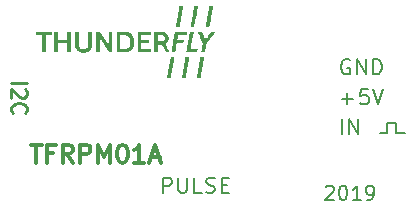
<source format=gbr>
G04 #@! TF.GenerationSoftware,KiCad,Pcbnew,(5.99.0-397-g773f45aae)*
G04 #@! TF.CreationDate,2019-12-11T08:39:11+01:00*
G04 #@! TF.ProjectId,TFRPM01A,54465250-4d30-4314-912e-6b696361645f,REV*
G04 #@! TF.SameCoordinates,Original*
G04 #@! TF.FileFunction,Legend,Top*
G04 #@! TF.FilePolarity,Positive*
%FSLAX46Y46*%
G04 Gerber Fmt 4.6, Leading zero omitted, Abs format (unit mm)*
G04 Created by KiCad (PCBNEW (5.99.0-397-g773f45aae)) date 2019-12-11 08:39:11*
%MOMM*%
%LPD*%
G04 APERTURE LIST*
%ADD10C,0.150000*%
%ADD11C,0.200000*%
%ADD12C,0.250000*%
%ADD13C,0.300000*%
G04 APERTURE END LIST*
D10*
X145034000Y-135382000D02*
X145796000Y-135382000D01*
X145034000Y-134493000D02*
X145034000Y-135382000D01*
X144272000Y-134493000D02*
X145034000Y-134493000D01*
X144272000Y-135382000D02*
X144272000Y-134493000D01*
X143637000Y-135382000D02*
X144272000Y-135382000D01*
D11*
X125280523Y-140415095D02*
X125280523Y-139115095D01*
X125775761Y-139115095D01*
X125899571Y-139177000D01*
X125961476Y-139238904D01*
X126023380Y-139362714D01*
X126023380Y-139548428D01*
X125961476Y-139672238D01*
X125899571Y-139734142D01*
X125775761Y-139796047D01*
X125280523Y-139796047D01*
X126580523Y-139115095D02*
X126580523Y-140167476D01*
X126642428Y-140291285D01*
X126704333Y-140353190D01*
X126828142Y-140415095D01*
X127075761Y-140415095D01*
X127199571Y-140353190D01*
X127261476Y-140291285D01*
X127323380Y-140167476D01*
X127323380Y-139115095D01*
X128561476Y-140415095D02*
X127942428Y-140415095D01*
X127942428Y-139115095D01*
X128932904Y-140353190D02*
X129118619Y-140415095D01*
X129428142Y-140415095D01*
X129551952Y-140353190D01*
X129613857Y-140291285D01*
X129675761Y-140167476D01*
X129675761Y-140043666D01*
X129613857Y-139919857D01*
X129551952Y-139857952D01*
X129428142Y-139796047D01*
X129180523Y-139734142D01*
X129056714Y-139672238D01*
X128994809Y-139610333D01*
X128932904Y-139486523D01*
X128932904Y-139362714D01*
X128994809Y-139238904D01*
X129056714Y-139177000D01*
X129180523Y-139115095D01*
X129490047Y-139115095D01*
X129675761Y-139177000D01*
X130232904Y-139734142D02*
X130666238Y-139734142D01*
X130851952Y-140415095D02*
X130232904Y-140415095D01*
X130232904Y-139115095D01*
X130851952Y-139115095D01*
D12*
X112441904Y-131113761D02*
X113741904Y-131113761D01*
X113618095Y-131649476D02*
X113680000Y-131709000D01*
X113741904Y-131828047D01*
X113741904Y-132125666D01*
X113680000Y-132244714D01*
X113618095Y-132304238D01*
X113494285Y-132363761D01*
X113370476Y-132363761D01*
X113184761Y-132304238D01*
X112441904Y-131589952D01*
X112441904Y-132363761D01*
X112565714Y-133613761D02*
X112503809Y-133554238D01*
X112441904Y-133375666D01*
X112441904Y-133256619D01*
X112503809Y-133078047D01*
X112627619Y-132959000D01*
X112751428Y-132899476D01*
X112999047Y-132839952D01*
X113184761Y-132839952D01*
X113432380Y-132899476D01*
X113556190Y-132959000D01*
X113680000Y-133078047D01*
X113741904Y-133256619D01*
X113741904Y-133375666D01*
X113680000Y-133554238D01*
X113618095Y-133613761D01*
D11*
X140393523Y-132426857D02*
X141384000Y-132426857D01*
X140888761Y-132922095D02*
X140888761Y-131931619D01*
X142622095Y-131622095D02*
X142003047Y-131622095D01*
X141941142Y-132241142D01*
X142003047Y-132179238D01*
X142126857Y-132117333D01*
X142436380Y-132117333D01*
X142560190Y-132179238D01*
X142622095Y-132241142D01*
X142684000Y-132364952D01*
X142684000Y-132674476D01*
X142622095Y-132798285D01*
X142560190Y-132860190D01*
X142436380Y-132922095D01*
X142126857Y-132922095D01*
X142003047Y-132860190D01*
X141941142Y-132798285D01*
X143055428Y-131622095D02*
X143488761Y-132922095D01*
X143922095Y-131622095D01*
X139039857Y-139919142D02*
X139097000Y-139862000D01*
X139211285Y-139804857D01*
X139497000Y-139804857D01*
X139611285Y-139862000D01*
X139668428Y-139919142D01*
X139725571Y-140033428D01*
X139725571Y-140147714D01*
X139668428Y-140319142D01*
X138982714Y-141004857D01*
X139725571Y-141004857D01*
X140468428Y-139804857D02*
X140582714Y-139804857D01*
X140697000Y-139862000D01*
X140754142Y-139919142D01*
X140811285Y-140033428D01*
X140868428Y-140262000D01*
X140868428Y-140547714D01*
X140811285Y-140776285D01*
X140754142Y-140890571D01*
X140697000Y-140947714D01*
X140582714Y-141004857D01*
X140468428Y-141004857D01*
X140354142Y-140947714D01*
X140297000Y-140890571D01*
X140239857Y-140776285D01*
X140182714Y-140547714D01*
X140182714Y-140262000D01*
X140239857Y-140033428D01*
X140297000Y-139919142D01*
X140354142Y-139862000D01*
X140468428Y-139804857D01*
X142011285Y-141004857D02*
X141325571Y-141004857D01*
X141668428Y-141004857D02*
X141668428Y-139804857D01*
X141554142Y-139976285D01*
X141439857Y-140090571D01*
X141325571Y-140147714D01*
X142582714Y-141004857D02*
X142811285Y-141004857D01*
X142925571Y-140947714D01*
X142982714Y-140890571D01*
X143097000Y-140719142D01*
X143154142Y-140490571D01*
X143154142Y-140033428D01*
X143097000Y-139919142D01*
X143039857Y-139862000D01*
X142925571Y-139804857D01*
X142697000Y-139804857D01*
X142582714Y-139862000D01*
X142525571Y-139919142D01*
X142468428Y-140033428D01*
X142468428Y-140319142D01*
X142525571Y-140433428D01*
X142582714Y-140490571D01*
X142697000Y-140547714D01*
X142925571Y-140547714D01*
X143039857Y-140490571D01*
X143097000Y-140433428D01*
X143154142Y-140319142D01*
D13*
X114134000Y-136338571D02*
X114991142Y-136338571D01*
X114562571Y-137838571D02*
X114562571Y-136338571D01*
X115991142Y-137052857D02*
X115491142Y-137052857D01*
X115491142Y-137838571D02*
X115491142Y-136338571D01*
X116205428Y-136338571D01*
X117634000Y-137838571D02*
X117134000Y-137124285D01*
X116776857Y-137838571D02*
X116776857Y-136338571D01*
X117348285Y-136338571D01*
X117491142Y-136410000D01*
X117562571Y-136481428D01*
X117634000Y-136624285D01*
X117634000Y-136838571D01*
X117562571Y-136981428D01*
X117491142Y-137052857D01*
X117348285Y-137124285D01*
X116776857Y-137124285D01*
X118276857Y-137838571D02*
X118276857Y-136338571D01*
X118848285Y-136338571D01*
X118991142Y-136410000D01*
X119062571Y-136481428D01*
X119134000Y-136624285D01*
X119134000Y-136838571D01*
X119062571Y-136981428D01*
X118991142Y-137052857D01*
X118848285Y-137124285D01*
X118276857Y-137124285D01*
X119776857Y-137838571D02*
X119776857Y-136338571D01*
X120276857Y-137410000D01*
X120776857Y-136338571D01*
X120776857Y-137838571D01*
X121776857Y-136338571D02*
X121919714Y-136338571D01*
X122062571Y-136410000D01*
X122134000Y-136481428D01*
X122205428Y-136624285D01*
X122276857Y-136910000D01*
X122276857Y-137267142D01*
X122205428Y-137552857D01*
X122134000Y-137695714D01*
X122062571Y-137767142D01*
X121919714Y-137838571D01*
X121776857Y-137838571D01*
X121634000Y-137767142D01*
X121562571Y-137695714D01*
X121491142Y-137552857D01*
X121419714Y-137267142D01*
X121419714Y-136910000D01*
X121491142Y-136624285D01*
X121562571Y-136481428D01*
X121634000Y-136410000D01*
X121776857Y-136338571D01*
X123705428Y-137838571D02*
X122848285Y-137838571D01*
X123276857Y-137838571D02*
X123276857Y-136338571D01*
X123134000Y-136552857D01*
X122991142Y-136695714D01*
X122848285Y-136767142D01*
X124276857Y-137410000D02*
X124991142Y-137410000D01*
X124134000Y-137838571D02*
X124634000Y-136338571D01*
X125134000Y-137838571D01*
D11*
X141074476Y-129144000D02*
X140950666Y-129082095D01*
X140764952Y-129082095D01*
X140579238Y-129144000D01*
X140455428Y-129267809D01*
X140393523Y-129391619D01*
X140331619Y-129639238D01*
X140331619Y-129824952D01*
X140393523Y-130072571D01*
X140455428Y-130196380D01*
X140579238Y-130320190D01*
X140764952Y-130382095D01*
X140888761Y-130382095D01*
X141074476Y-130320190D01*
X141136380Y-130258285D01*
X141136380Y-129824952D01*
X140888761Y-129824952D01*
X141693523Y-130382095D02*
X141693523Y-129082095D01*
X142436380Y-130382095D01*
X142436380Y-129082095D01*
X143055428Y-130382095D02*
X143055428Y-129082095D01*
X143364952Y-129082095D01*
X143550666Y-129144000D01*
X143674476Y-129267809D01*
X143736380Y-129391619D01*
X143798285Y-129639238D01*
X143798285Y-129824952D01*
X143736380Y-130072571D01*
X143674476Y-130196380D01*
X143550666Y-130320190D01*
X143364952Y-130382095D01*
X143055428Y-130382095D01*
X140393523Y-135462095D02*
X140393523Y-134162095D01*
X141012571Y-135462095D02*
X141012571Y-134162095D01*
X141755428Y-135462095D01*
X141755428Y-134162095D01*
G04 #@! TO.C,G\002A\002A\002A*
G36*
X126139833Y-128930484D02*
G01*
X126186835Y-128932299D01*
X126215916Y-128935549D01*
X126229170Y-128940408D01*
X126230529Y-128943203D01*
X126228655Y-128955963D01*
X126223230Y-128988836D01*
X126214543Y-129040133D01*
X126202888Y-129108169D01*
X126188556Y-129191255D01*
X126171839Y-129287707D01*
X126153029Y-129395836D01*
X126132418Y-129513955D01*
X126110298Y-129640379D01*
X126086960Y-129773420D01*
X126081117Y-129806678D01*
X126057534Y-129941005D01*
X126035096Y-130069073D01*
X126014096Y-130189201D01*
X125994824Y-130299709D01*
X125977572Y-130398916D01*
X125962632Y-130485141D01*
X125950295Y-130556705D01*
X125940854Y-130611926D01*
X125934599Y-130649125D01*
X125931822Y-130666620D01*
X125931705Y-130667713D01*
X125921043Y-130672055D01*
X125890644Y-130675416D01*
X125842892Y-130677637D01*
X125780170Y-130678557D01*
X125769843Y-130678573D01*
X125607980Y-130678573D01*
X125613726Y-130648137D01*
X125616514Y-130632593D01*
X125622814Y-130596985D01*
X125632320Y-130543052D01*
X125644725Y-130472535D01*
X125659726Y-130387173D01*
X125677015Y-130288706D01*
X125696288Y-130178872D01*
X125717239Y-130059413D01*
X125739562Y-129932067D01*
X125762953Y-129798574D01*
X125767288Y-129773826D01*
X125915104Y-128929950D01*
X126072817Y-128929926D01*
X126139833Y-128930484D01*
G37*
G36*
X127488626Y-128954804D02*
G01*
X127485795Y-128969483D01*
X127479467Y-129004227D01*
X127469952Y-129057297D01*
X127457555Y-129126950D01*
X127442586Y-129211448D01*
X127425351Y-129309049D01*
X127406158Y-129418012D01*
X127385316Y-129536599D01*
X127363132Y-129663067D01*
X127339914Y-129795676D01*
X127337448Y-129809771D01*
X127314160Y-129942754D01*
X127291880Y-130069651D01*
X127270913Y-130188738D01*
X127251567Y-130298289D01*
X127234149Y-130396579D01*
X127218963Y-130481882D01*
X127206318Y-130552473D01*
X127196519Y-130606626D01*
X127189873Y-130642616D01*
X127186687Y-130658717D01*
X127186560Y-130659205D01*
X127182220Y-130666861D01*
X127172194Y-130672206D01*
X127153051Y-130675646D01*
X127121362Y-130677583D01*
X127073696Y-130678421D01*
X127022148Y-130678573D01*
X126959895Y-130678371D01*
X126916557Y-130677496D01*
X126888916Y-130675543D01*
X126873754Y-130672109D01*
X126867853Y-130666788D01*
X126867987Y-130659205D01*
X126870580Y-130645419D01*
X126876672Y-130611559D01*
X126885956Y-130559356D01*
X126898129Y-130490542D01*
X126912886Y-130406848D01*
X126929921Y-130310005D01*
X126948929Y-130201746D01*
X126969606Y-130083801D01*
X126991648Y-129957902D01*
X127014748Y-129825781D01*
X127016578Y-129815305D01*
X127039804Y-129682435D01*
X127062031Y-129555401D01*
X127082950Y-129435966D01*
X127102253Y-129325891D01*
X127119628Y-129226939D01*
X127134766Y-129140872D01*
X127147358Y-129069452D01*
X127157095Y-129014440D01*
X127163665Y-128977600D01*
X127166760Y-128960693D01*
X127166831Y-128960337D01*
X127173028Y-128929902D01*
X127494628Y-128929902D01*
X127488626Y-128954804D01*
G37*
G36*
X128702090Y-128931443D02*
G01*
X128729911Y-128932931D01*
X128745602Y-128936175D01*
X128752494Y-128941517D01*
X128753928Y-128948517D01*
X128752049Y-128962232D01*
X128746609Y-128996041D01*
X128737901Y-129048240D01*
X128726218Y-129117126D01*
X128711852Y-129200996D01*
X128695097Y-129298148D01*
X128676245Y-129406876D01*
X128655591Y-129525480D01*
X128633426Y-129652254D01*
X128610044Y-129785496D01*
X128604516Y-129816931D01*
X128580933Y-129951041D01*
X128558496Y-130078790D01*
X128537496Y-130198508D01*
X128518224Y-130308525D01*
X128500973Y-130407173D01*
X128486033Y-130492782D01*
X128473696Y-130563682D01*
X128464254Y-130618204D01*
X128457998Y-130654679D01*
X128455221Y-130671436D01*
X128455104Y-130672347D01*
X128444686Y-130674548D01*
X128416024Y-130676408D01*
X128373009Y-130677774D01*
X128319534Y-130678497D01*
X128294625Y-130678573D01*
X128237941Y-130678034D01*
X128190121Y-130676553D01*
X128155037Y-130674329D01*
X128136562Y-130671565D01*
X128134688Y-130670272D01*
X128136650Y-130658324D01*
X128142168Y-130626238D01*
X128150952Y-130575676D01*
X128162709Y-130508297D01*
X128177151Y-130425762D01*
X128193984Y-130329733D01*
X128212920Y-130221870D01*
X128233666Y-130103833D01*
X128255931Y-129977283D01*
X128279425Y-129843881D01*
X128287387Y-129798703D01*
X128439543Y-128935435D01*
X128596735Y-128932365D01*
X128658809Y-128931368D01*
X128702090Y-128931443D01*
G37*
G36*
X118153695Y-127338943D02*
G01*
X118154548Y-127467086D01*
X118155371Y-127575094D01*
X118156251Y-127664966D01*
X118157276Y-127738703D01*
X118158532Y-127798304D01*
X118160105Y-127845769D01*
X118162082Y-127883097D01*
X118164550Y-127912288D01*
X118167595Y-127935342D01*
X118171305Y-127954259D01*
X118175765Y-127971039D01*
X118181062Y-127987680D01*
X118181916Y-127990233D01*
X118219862Y-128074125D01*
X118271606Y-128140713D01*
X118337129Y-128189987D01*
X118416410Y-128221935D01*
X118509431Y-128236548D01*
X118616171Y-128233814D01*
X118623791Y-128233013D01*
X118711627Y-128215050D01*
X118784992Y-128181605D01*
X118844527Y-128131966D01*
X118890874Y-128065422D01*
X118924673Y-127981261D01*
X118946566Y-127878772D01*
X118947243Y-127873996D01*
X118950066Y-127841965D01*
X118952583Y-127789838D01*
X118954752Y-127719652D01*
X118956533Y-127633445D01*
X118957887Y-127533255D01*
X118958771Y-127421118D01*
X118959146Y-127299072D01*
X118959156Y-127274504D01*
X118959156Y-126760664D01*
X119280115Y-126760664D01*
X119280115Y-127302173D01*
X119279969Y-127441090D01*
X119279440Y-127560000D01*
X119278389Y-127661032D01*
X119276681Y-127746314D01*
X119274178Y-127817971D01*
X119270742Y-127878133D01*
X119266237Y-127928927D01*
X119260525Y-127972480D01*
X119253468Y-128010920D01*
X119244931Y-128046375D01*
X119234775Y-128080971D01*
X119228675Y-128099730D01*
X119180806Y-128213184D01*
X119118370Y-128310002D01*
X119041149Y-128390405D01*
X118948926Y-128454609D01*
X118841484Y-128502832D01*
X118820812Y-128509736D01*
X118760218Y-128523858D01*
X118684429Y-128533773D01*
X118600016Y-128539318D01*
X118513548Y-128540328D01*
X118431594Y-128536642D01*
X118360722Y-128528094D01*
X118331408Y-128521924D01*
X118216430Y-128482846D01*
X118116255Y-128427597D01*
X118030552Y-128355845D01*
X117958990Y-128267262D01*
X117901235Y-128161518D01*
X117861987Y-128055385D01*
X117856539Y-128036895D01*
X117851926Y-128018957D01*
X117848064Y-127999601D01*
X117844870Y-127976855D01*
X117842261Y-127948749D01*
X117840155Y-127913312D01*
X117838468Y-127868572D01*
X117837116Y-127812559D01*
X117836018Y-127743301D01*
X117835090Y-127658829D01*
X117834248Y-127557171D01*
X117833410Y-127436355D01*
X117832957Y-127366612D01*
X117829056Y-126760664D01*
X118149965Y-126760664D01*
X118153695Y-127338943D01*
G37*
G36*
X115871313Y-127070555D02*
G01*
X115373274Y-127070555D01*
X115373274Y-128509335D01*
X115052315Y-128509335D01*
X115052315Y-127070555D01*
X114554276Y-127070555D01*
X114554276Y-126760664D01*
X115871313Y-126760664D01*
X115871313Y-127070555D01*
G37*
G36*
X116369352Y-127446852D02*
G01*
X117177283Y-127446852D01*
X117177283Y-126760664D01*
X117498241Y-126760664D01*
X117498241Y-128509335D01*
X117177283Y-128509335D01*
X117177283Y-127756743D01*
X116369352Y-127756743D01*
X116369352Y-128509335D01*
X116048394Y-128509335D01*
X116048394Y-126760664D01*
X116369352Y-126760664D01*
X116369352Y-127446852D01*
G37*
G36*
X120302645Y-127322342D02*
G01*
X120674552Y-127884019D01*
X120674588Y-127322342D01*
X120674625Y-126760664D01*
X120995583Y-126760664D01*
X120995583Y-128509335D01*
X120733552Y-128509335D01*
X119933124Y-127308507D01*
X119933100Y-128509335D01*
X119612141Y-128509335D01*
X119612141Y-126760664D01*
X119930738Y-126760664D01*
X120302645Y-127322342D01*
G37*
G36*
X121773078Y-126763589D02*
G01*
X121888501Y-126764891D01*
X121984477Y-126766340D01*
X122063695Y-126768315D01*
X122128841Y-126771193D01*
X122182603Y-126775354D01*
X122227669Y-126781177D01*
X122266725Y-126789040D01*
X122302461Y-126799321D01*
X122337562Y-126812400D01*
X122374717Y-126828655D01*
X122416613Y-126848464D01*
X122433616Y-126856656D01*
X122487419Y-126884270D01*
X122530967Y-126911485D01*
X122571796Y-126943749D01*
X122617443Y-126986512D01*
X122628836Y-126997826D01*
X122674651Y-127045562D01*
X122708773Y-127086839D01*
X122736657Y-127129197D01*
X122763756Y-127180177D01*
X122770031Y-127193045D01*
X122800538Y-127258766D01*
X122823351Y-127315584D01*
X122839552Y-127368817D01*
X122850222Y-127423782D01*
X122856441Y-127485797D01*
X122859291Y-127560179D01*
X122859872Y-127635000D01*
X122858982Y-127724037D01*
X122855589Y-127796250D01*
X122848613Y-127856906D01*
X122836972Y-127911271D01*
X122819584Y-127964610D01*
X122795369Y-128022189D01*
X122768952Y-128077701D01*
X122703783Y-128185757D01*
X122621605Y-128280652D01*
X122524334Y-128360705D01*
X122413888Y-128424235D01*
X122339179Y-128454746D01*
X122297252Y-128468685D01*
X122257118Y-128480064D01*
X122215960Y-128489136D01*
X122170956Y-128496153D01*
X122119287Y-128501370D01*
X122058134Y-128505038D01*
X121984676Y-128507410D01*
X121896094Y-128508741D01*
X121789568Y-128509282D01*
X121730601Y-128509335D01*
X121349745Y-128509335D01*
X121349745Y-127046899D01*
X121670703Y-127046899D01*
X121670703Y-128223420D01*
X122163209Y-128216046D01*
X122237369Y-128180913D01*
X122322366Y-128129450D01*
X122391763Y-128062870D01*
X122445678Y-127980945D01*
X122484227Y-127883447D01*
X122507525Y-127770149D01*
X122515688Y-127640823D01*
X122515702Y-127635000D01*
X122508175Y-127504991D01*
X122485520Y-127391020D01*
X122447618Y-127292859D01*
X122394355Y-127210280D01*
X122325614Y-127143056D01*
X122241279Y-127090959D01*
X122237369Y-127089087D01*
X122163209Y-127053954D01*
X121916956Y-127050426D01*
X121670703Y-127046899D01*
X121349745Y-127046899D01*
X121349745Y-126759038D01*
X121773078Y-126763589D01*
G37*
G36*
X124249440Y-127070555D02*
G01*
X123452577Y-127070555D01*
X123452577Y-127446852D01*
X124061291Y-127446852D01*
X124061291Y-127756743D01*
X123452577Y-127756743D01*
X123452577Y-128199444D01*
X124271575Y-128199444D01*
X124271575Y-128509335D01*
X123120551Y-128509335D01*
X123120551Y-126760664D01*
X124249440Y-126760664D01*
X124249440Y-127070555D01*
G37*
G36*
X124906188Y-126760664D02*
G01*
X125010021Y-126760762D01*
X125094461Y-126761144D01*
X125162250Y-126761939D01*
X125216128Y-126763279D01*
X125258839Y-126765295D01*
X125293123Y-126768117D01*
X125321722Y-126771876D01*
X125347378Y-126776704D01*
X125372832Y-126782730D01*
X125373791Y-126782974D01*
X125482303Y-126819397D01*
X125573004Y-126868936D01*
X125646061Y-126931804D01*
X125701638Y-127008213D01*
X125739900Y-127098378D01*
X125761013Y-127202511D01*
X125765692Y-127289190D01*
X125757664Y-127400615D01*
X125733090Y-127498068D01*
X125691235Y-127583069D01*
X125631363Y-127657135D01*
X125558197Y-127718006D01*
X125522631Y-127743735D01*
X125495216Y-127765130D01*
X125480169Y-127778834D01*
X125478555Y-127781449D01*
X125483444Y-127792549D01*
X125497456Y-127820494D01*
X125519195Y-127862650D01*
X125547263Y-127916388D01*
X125580265Y-127979074D01*
X125616803Y-128048077D01*
X125655481Y-128120766D01*
X125694903Y-128194509D01*
X125733673Y-128266673D01*
X125770393Y-128334628D01*
X125803667Y-128395742D01*
X125828098Y-128440163D01*
X125866384Y-128509335D01*
X125685994Y-128509102D01*
X125505605Y-128508868D01*
X125337803Y-128185376D01*
X125170002Y-127861884D01*
X125008544Y-127858822D01*
X124847087Y-127855759D01*
X124847087Y-128509335D01*
X124526128Y-128509335D01*
X124526128Y-127024095D01*
X124847087Y-127024095D01*
X124847087Y-127592961D01*
X125032468Y-127589079D01*
X125101005Y-127587497D01*
X125151704Y-127585634D01*
X125188856Y-127582857D01*
X125216755Y-127578531D01*
X125239695Y-127572023D01*
X125261968Y-127562701D01*
X125283774Y-127551993D01*
X125347265Y-127511416D01*
X125391591Y-127462255D01*
X125418909Y-127401871D01*
X125424372Y-127379933D01*
X125432826Y-127297067D01*
X125423012Y-127221489D01*
X125395924Y-127155593D01*
X125352554Y-127101773D01*
X125293897Y-127062422D01*
X125292351Y-127061695D01*
X125267815Y-127050834D01*
X125245029Y-127042894D01*
X125219780Y-127037318D01*
X125187851Y-127033550D01*
X125145029Y-127031032D01*
X125087097Y-127029208D01*
X125038002Y-127028103D01*
X124847087Y-127024095D01*
X124526128Y-127024095D01*
X124526128Y-126760664D01*
X124906188Y-126760664D01*
G37*
G36*
X126913459Y-126760861D02*
G01*
X127011031Y-126761347D01*
X127099357Y-126762119D01*
X127176268Y-126763143D01*
X127239596Y-126764384D01*
X127287172Y-126765807D01*
X127316828Y-126767378D01*
X127326428Y-126768965D01*
X127324748Y-126782394D01*
X127319996Y-126813346D01*
X127312855Y-126857530D01*
X127304009Y-126910656D01*
X127301793Y-126923762D01*
X127276945Y-127070259D01*
X126917569Y-127073174D01*
X126558194Y-127076089D01*
X126527707Y-127242102D01*
X126517020Y-127301346D01*
X126507896Y-127353902D01*
X126501060Y-127395442D01*
X126497237Y-127421634D01*
X126496686Y-127427483D01*
X126497894Y-127433461D01*
X126503572Y-127438070D01*
X126516239Y-127441487D01*
X126538414Y-127443887D01*
X126572619Y-127445447D01*
X126621373Y-127446344D01*
X126687196Y-127446753D01*
X126772608Y-127446852D01*
X126773584Y-127446852D01*
X126859074Y-127446940D01*
X126924902Y-127447323D01*
X126973543Y-127448177D01*
X127007469Y-127449677D01*
X127029154Y-127452002D01*
X127041072Y-127455325D01*
X127045696Y-127459825D01*
X127045500Y-127465676D01*
X127045347Y-127466220D01*
X127041661Y-127482874D01*
X127035314Y-127515394D01*
X127027252Y-127558530D01*
X127018417Y-127607031D01*
X127009755Y-127655647D01*
X127002209Y-127699127D01*
X126996724Y-127732220D01*
X126994244Y-127749678D01*
X126994189Y-127750689D01*
X126983613Y-127752337D01*
X126953851Y-127753815D01*
X126907852Y-127755060D01*
X126848563Y-127756008D01*
X126778935Y-127756594D01*
X126714734Y-127756760D01*
X126435278Y-127756778D01*
X126392706Y-128003013D01*
X126378660Y-128084181D01*
X126364261Y-128167246D01*
X126350495Y-128246544D01*
X126338343Y-128316414D01*
X126328788Y-128371192D01*
X126327372Y-128379292D01*
X126304609Y-128509335D01*
X126144536Y-128509335D01*
X126082157Y-128509247D01*
X126038651Y-128508635D01*
X126010754Y-128506976D01*
X125995204Y-128503747D01*
X125988739Y-128498425D01*
X125988096Y-128490488D01*
X125989113Y-128484433D01*
X125991722Y-128469799D01*
X125997849Y-128435080D01*
X126007190Y-128381995D01*
X126019444Y-128312263D01*
X126034310Y-128227603D01*
X126051486Y-128129733D01*
X126070670Y-128020372D01*
X126091561Y-127901239D01*
X126113856Y-127774052D01*
X126137255Y-127640531D01*
X126142582Y-127610129D01*
X126291400Y-126760726D01*
X126808808Y-126760695D01*
X126913459Y-126760861D01*
G37*
G36*
X127691230Y-126762793D02*
G01*
X127709782Y-126763118D01*
X127863993Y-126766198D01*
X127745554Y-127441318D01*
X127724414Y-127561872D01*
X127704267Y-127676863D01*
X127685465Y-127784282D01*
X127668357Y-127882120D01*
X127653295Y-127968367D01*
X127640630Y-128041014D01*
X127630712Y-128098051D01*
X127623893Y-128137468D01*
X127620524Y-128157257D01*
X127620413Y-128157941D01*
X127613710Y-128199444D01*
X127912664Y-128199444D01*
X128002244Y-128199552D01*
X128072095Y-128199972D01*
X128124623Y-128200849D01*
X128162234Y-128202329D01*
X128187333Y-128204557D01*
X128202325Y-128207679D01*
X128209617Y-128211840D01*
X128211614Y-128217185D01*
X128211618Y-128217508D01*
X128209767Y-128234930D01*
X128204719Y-128269263D01*
X128197231Y-128315642D01*
X128188063Y-128369197D01*
X128187490Y-128372453D01*
X128163361Y-128509335D01*
X127700518Y-128509335D01*
X127601736Y-128509271D01*
X127510178Y-128509089D01*
X127428132Y-128508802D01*
X127357887Y-128508423D01*
X127301733Y-128507967D01*
X127261958Y-128507447D01*
X127240852Y-128506877D01*
X127238014Y-128506568D01*
X127240904Y-128487865D01*
X127247248Y-128450101D01*
X127256691Y-128395276D01*
X127268873Y-128325387D01*
X127283438Y-128242432D01*
X127300028Y-128148410D01*
X127318286Y-128045318D01*
X127337854Y-127935154D01*
X127358374Y-127819916D01*
X127379490Y-127701603D01*
X127400842Y-127582213D01*
X127422075Y-127463742D01*
X127442831Y-127348191D01*
X127462751Y-127237555D01*
X127481479Y-127133835D01*
X127498657Y-127039026D01*
X127513927Y-126955129D01*
X127526933Y-126884140D01*
X127537315Y-126828058D01*
X127544718Y-126788880D01*
X127548783Y-126768605D01*
X127549427Y-126766182D01*
X127562140Y-126764169D01*
X127592799Y-126762881D01*
X127637223Y-126762395D01*
X127691230Y-126762793D01*
G37*
G36*
X129616715Y-126761334D02*
G01*
X129664714Y-126762692D01*
X129694752Y-126765266D01*
X129708905Y-126769218D01*
X129710116Y-126773599D01*
X129701986Y-126784588D01*
X129681568Y-126811403D01*
X129650143Y-126852382D01*
X129608992Y-126905862D01*
X129559396Y-126970181D01*
X129502636Y-127043678D01*
X129439994Y-127124688D01*
X129372751Y-127211551D01*
X129340507Y-127253170D01*
X129271641Y-127342074D01*
X129206835Y-127425810D01*
X129147364Y-127502727D01*
X129094499Y-127571174D01*
X129049515Y-127629503D01*
X129013684Y-127676062D01*
X128988280Y-127709201D01*
X128974575Y-127727271D01*
X128972542Y-127730082D01*
X128969617Y-127742224D01*
X128963377Y-127773123D01*
X128954376Y-127819745D01*
X128943166Y-127879053D01*
X128930303Y-127948012D01*
X128916340Y-128023584D01*
X128901832Y-128102735D01*
X128887331Y-128182427D01*
X128873392Y-128259626D01*
X128860570Y-128331295D01*
X128849417Y-128394398D01*
X128840489Y-128445899D01*
X128834338Y-128482762D01*
X128831520Y-128501951D01*
X128831400Y-128503610D01*
X128820981Y-128505633D01*
X128792316Y-128507342D01*
X128749294Y-128508599D01*
X128695803Y-128509265D01*
X128670710Y-128509335D01*
X128510020Y-128509335D01*
X128515809Y-128484433D01*
X128519885Y-128464116D01*
X128526896Y-128426155D01*
X128536301Y-128373705D01*
X128547558Y-128309923D01*
X128560124Y-128237965D01*
X128573458Y-128160986D01*
X128587019Y-128082142D01*
X128600264Y-128004589D01*
X128612651Y-127931484D01*
X128623639Y-127865982D01*
X128632685Y-127811240D01*
X128639249Y-127770412D01*
X128642787Y-127746656D01*
X128643252Y-127742172D01*
X128639071Y-127728823D01*
X128627100Y-127697220D01*
X128608204Y-127649485D01*
X128583243Y-127587737D01*
X128553082Y-127514099D01*
X128518581Y-127430690D01*
X128480603Y-127339632D01*
X128448201Y-127262475D01*
X128407896Y-127166645D01*
X128370161Y-127076656D01*
X128335887Y-126994651D01*
X128305962Y-126922769D01*
X128281277Y-126863154D01*
X128262722Y-126817945D01*
X128251187Y-126789285D01*
X128247618Y-126779737D01*
X128246919Y-126772255D01*
X128251819Y-126767057D01*
X128265438Y-126763827D01*
X128290899Y-126762245D01*
X128331324Y-126761997D01*
X128389834Y-126762763D01*
X128410967Y-126763135D01*
X128579848Y-126766198D01*
X128718106Y-127106525D01*
X128751342Y-127187804D01*
X128782150Y-127262130D01*
X128809509Y-127327113D01*
X128832394Y-127380364D01*
X128849784Y-127419495D01*
X128860655Y-127442117D01*
X128863817Y-127446852D01*
X128871841Y-127438260D01*
X128891521Y-127413767D01*
X128921389Y-127375298D01*
X128959977Y-127324776D01*
X129005817Y-127264125D01*
X129057442Y-127195271D01*
X129113383Y-127120137D01*
X129125257Y-127104125D01*
X129379244Y-126761399D01*
X129548677Y-126761032D01*
X129616715Y-126761334D01*
G37*
G36*
X126988814Y-124605261D02*
G01*
X126986015Y-124619953D01*
X126979722Y-124654705D01*
X126970244Y-124707769D01*
X126957889Y-124777399D01*
X126942965Y-124861847D01*
X126925780Y-124959368D01*
X126906642Y-125068214D01*
X126885860Y-125186638D01*
X126863742Y-125312894D01*
X126840596Y-125445235D01*
X126838943Y-125454695D01*
X126815715Y-125587564D01*
X126793486Y-125714598D01*
X126772566Y-125834033D01*
X126753264Y-125944107D01*
X126735890Y-126043059D01*
X126720753Y-126129126D01*
X126708163Y-126200547D01*
X126698431Y-126255558D01*
X126691865Y-126292399D01*
X126688775Y-126309307D01*
X126688704Y-126309662D01*
X126682539Y-126340098D01*
X126360940Y-126340098D01*
X126366940Y-126315196D01*
X126369789Y-126300438D01*
X126376124Y-126265654D01*
X126385632Y-126212622D01*
X126397998Y-126143122D01*
X126412907Y-126058933D01*
X126430044Y-125961835D01*
X126449096Y-125853606D01*
X126469747Y-125736026D01*
X126491683Y-125610875D01*
X126512230Y-125493431D01*
X126535233Y-125361945D01*
X126557368Y-125235646D01*
X126578303Y-125116412D01*
X126597706Y-125006118D01*
X126615246Y-124906644D01*
X126630593Y-124819866D01*
X126643413Y-124747662D01*
X126653376Y-124691909D01*
X126660151Y-124654484D01*
X126663159Y-124638464D01*
X126674800Y-124580359D01*
X126994611Y-124580359D01*
X126988814Y-124605261D01*
G37*
G36*
X128242765Y-124610795D02*
G01*
X128240165Y-124626323D01*
X128234041Y-124661920D01*
X128224697Y-124715852D01*
X128212434Y-124786387D01*
X128197554Y-124871791D01*
X128180361Y-124970330D01*
X128161155Y-125080272D01*
X128140240Y-125199883D01*
X128117918Y-125327431D01*
X128094490Y-125461181D01*
X128089330Y-125490625D01*
X127940464Y-126340018D01*
X127782751Y-126340058D01*
X127718062Y-126339638D01*
X127672721Y-126338167D01*
X127643957Y-126335390D01*
X127628995Y-126331050D01*
X127625039Y-126325447D01*
X127626915Y-126312180D01*
X127632307Y-126279155D01*
X127640857Y-126228401D01*
X127652209Y-126161950D01*
X127666007Y-126081832D01*
X127681893Y-125990076D01*
X127699511Y-125888712D01*
X127718504Y-125779772D01*
X127738517Y-125665286D01*
X127759191Y-125547282D01*
X127780171Y-125427792D01*
X127801099Y-125308847D01*
X127821620Y-125192475D01*
X127841376Y-125080707D01*
X127860011Y-124975574D01*
X127877169Y-124879106D01*
X127892492Y-124793333D01*
X127905624Y-124720285D01*
X127916209Y-124661992D01*
X127923889Y-124620484D01*
X127928308Y-124597792D01*
X127929161Y-124594194D01*
X127938023Y-124588270D01*
X127961093Y-124584138D01*
X128000671Y-124581603D01*
X128059057Y-124580467D01*
X128090784Y-124580359D01*
X128247333Y-124580359D01*
X128242765Y-124610795D01*
G37*
G36*
X129414847Y-124580660D02*
G01*
X129462530Y-124581489D01*
X129497481Y-124582731D01*
X129515795Y-124584275D01*
X129517588Y-124584964D01*
X129515720Y-124596743D01*
X129510351Y-124628305D01*
X129501836Y-124677639D01*
X129490529Y-124742732D01*
X129476784Y-124821570D01*
X129460955Y-124912142D01*
X129443396Y-125012434D01*
X129424461Y-125120433D01*
X129404504Y-125234127D01*
X129383880Y-125351503D01*
X129362943Y-125470549D01*
X129342045Y-125589251D01*
X129321543Y-125705596D01*
X129301790Y-125817573D01*
X129283139Y-125923168D01*
X129265945Y-126020368D01*
X129250562Y-126107161D01*
X129237345Y-126181534D01*
X129226647Y-126241474D01*
X129218822Y-126284968D01*
X129214225Y-126310005D01*
X129213196Y-126315196D01*
X129210085Y-126324930D01*
X129203833Y-126331726D01*
X129190942Y-126336113D01*
X129167917Y-126338616D01*
X129131262Y-126339764D01*
X129077480Y-126340084D01*
X129048043Y-126340098D01*
X128985668Y-126339897D01*
X128942214Y-126339026D01*
X128914466Y-126337083D01*
X128899212Y-126333666D01*
X128893238Y-126328372D01*
X128893331Y-126320798D01*
X128893347Y-126320730D01*
X128895942Y-126306944D01*
X128902037Y-126273085D01*
X128911328Y-126220883D01*
X128923509Y-126152070D01*
X128938275Y-126068378D01*
X128955322Y-125971537D01*
X128974343Y-125863279D01*
X128995035Y-125745336D01*
X129017091Y-125619440D01*
X129040208Y-125487321D01*
X129042042Y-125476830D01*
X129065303Y-125343793D01*
X129087571Y-125216467D01*
X129108532Y-125096627D01*
X129127878Y-124986052D01*
X129145295Y-124886519D01*
X129160474Y-124799805D01*
X129173103Y-124727687D01*
X129182872Y-124671944D01*
X129189468Y-124634352D01*
X129192582Y-124616689D01*
X129192646Y-124616329D01*
X129199093Y-124580359D01*
X129358340Y-124580359D01*
X129414847Y-124580660D01*
G37*
G04 #@! TD*
M02*

</source>
